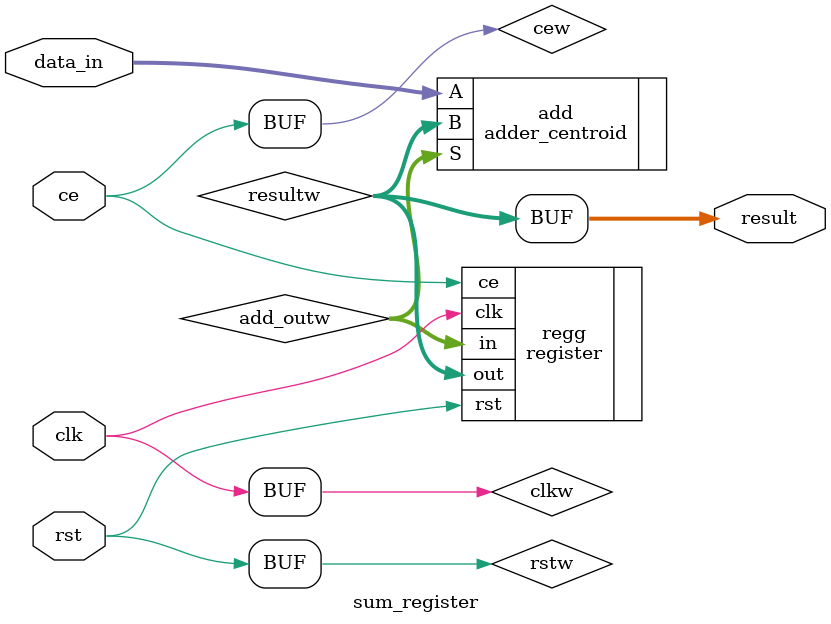
<source format=v>
`timescale 1ns / 1ps


module sum_register(
    input [10:0] data_in,
    input rst,
    input ce,
    input clk,
    output [30:0] result
);

wire [30:0] resultw;
wire [30:0] add_outw;
wire cew;
wire rstw;
wire clkw;

assign result = resultw;
assign cew = ce;
assign rstw = rst;
assign clkw = clk;

adder_centroid add
(
  .A(data_in),
  .B(resultw),
  .S(add_outw)
);

register regg
(
 .rst(rstw),
 .clk(clkw),
 .ce(cew),
 .in(add_outw),
 .out(resultw)
);
endmodule

</source>
